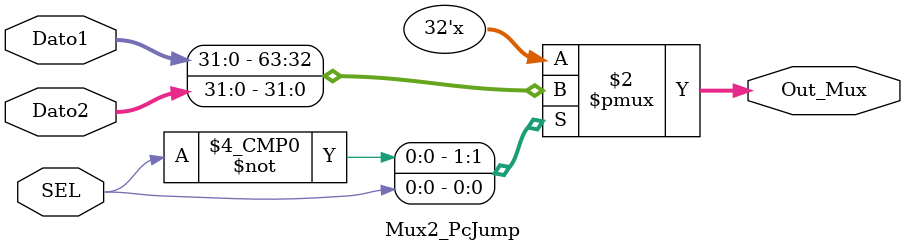
<source format=v>
`timescale 1ns / 1ps
module Mux2_PcJump(
	input SEL, 
	input [31:0] Dato1, 
	input [31:0] Dato2, 
	output reg [31:0] Out_Mux
	 );
	 
   always @(SEL, Dato1, Dato2)
      case (SEL)
         1'b0: Out_Mux <= Dato1;
         1'b1: Out_Mux <= Dato2;
      endcase				


endmodule

</source>
